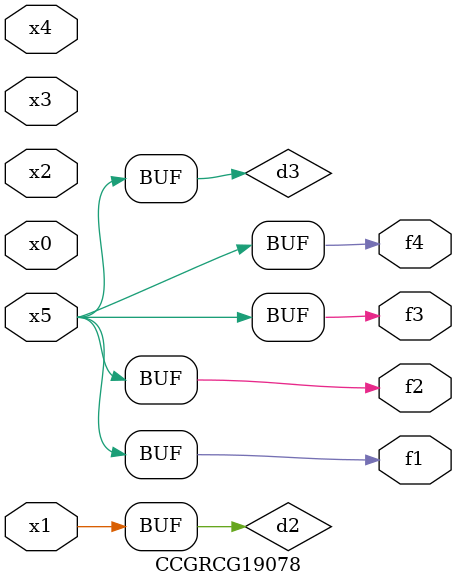
<source format=v>
module CCGRCG19078(
	input x0, x1, x2, x3, x4, x5,
	output f1, f2, f3, f4
);

	wire d1, d2, d3;

	not (d1, x5);
	or (d2, x1);
	xnor (d3, d1);
	assign f1 = d3;
	assign f2 = d3;
	assign f3 = d3;
	assign f4 = d3;
endmodule

</source>
